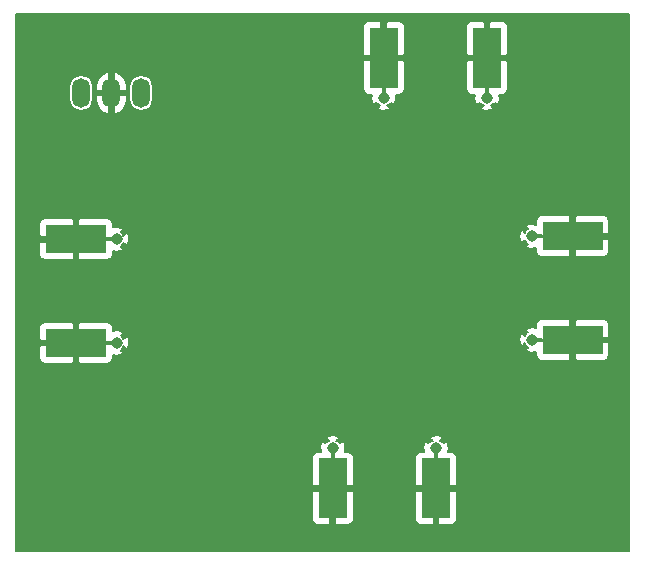
<source format=gbl>
G04 #@! TF.FileFunction,Copper,L2,Bot,Signal*
%FSLAX46Y46*%
G04 Gerber Fmt 4.6, Leading zero omitted, Abs format (unit mm)*
G04 Created by KiCad (PCBNEW 4.0.4+dfsg1-stable) date Sat Nov 11 18:47:18 2017*
%MOMM*%
%LPD*%
G01*
G04 APERTURE LIST*
%ADD10C,0.100000*%
%ADD11R,5.080000X2.420000*%
%ADD12C,0.970000*%
%ADD13R,0.890000X0.460000*%
%ADD14R,2.420000X5.080000*%
%ADD15R,0.460000X0.890000*%
%ADD16O,1.501140X2.499360*%
%ADD17C,0.250000*%
%ADD18C,0.127000*%
G04 APERTURE END LIST*
D10*
D11*
X34602000Y-80710000D03*
X34602000Y-89470000D03*
D12*
X38042000Y-80710000D03*
X38042000Y-89470000D03*
D13*
X37592000Y-80710000D03*
X37592000Y-89470000D03*
D14*
X69404000Y-65336000D03*
X60644000Y-65336000D03*
D12*
X69404000Y-68776000D03*
X60644000Y-68776000D03*
D15*
X69404000Y-68326000D03*
X60644000Y-68326000D03*
D14*
X56326000Y-101796000D03*
X65086000Y-101796000D03*
D12*
X56326000Y-98356000D03*
X65086000Y-98356000D03*
D15*
X56326000Y-98806000D03*
X65086000Y-98806000D03*
D11*
X76650000Y-89216000D03*
X76650000Y-80456000D03*
D12*
X73210000Y-89216000D03*
X73210000Y-80456000D03*
D13*
X73660000Y-89216000D03*
X73660000Y-80456000D03*
D16*
X37592000Y-68326000D03*
X35052000Y-68326000D03*
X40132000Y-68326000D03*
D17*
X65086000Y-101796000D02*
X65086000Y-98356000D01*
X56326000Y-101796000D02*
X56326000Y-98356000D01*
X34602000Y-89470000D02*
X38042000Y-89470000D01*
X34602000Y-80710000D02*
X38042000Y-80710000D01*
X60644000Y-65336000D02*
X60644000Y-68776000D01*
X69404000Y-65336000D02*
X69404000Y-68776000D01*
X76650000Y-80456000D02*
X73210000Y-80456000D01*
X76650000Y-89216000D02*
X73210000Y-89216000D01*
D18*
G36*
X81420900Y-107074900D02*
X29526300Y-107074900D01*
X29526300Y-102129375D01*
X54544500Y-102129375D01*
X54544500Y-104449678D01*
X54631506Y-104659728D01*
X54792271Y-104820494D01*
X55002321Y-104907500D01*
X55992625Y-104907500D01*
X56135500Y-104764625D01*
X56135500Y-101986500D01*
X56516500Y-101986500D01*
X56516500Y-104764625D01*
X56659375Y-104907500D01*
X57649679Y-104907500D01*
X57859729Y-104820494D01*
X58020494Y-104659728D01*
X58107500Y-104449678D01*
X58107500Y-102129375D01*
X63304500Y-102129375D01*
X63304500Y-104449678D01*
X63391506Y-104659728D01*
X63552271Y-104820494D01*
X63762321Y-104907500D01*
X64752625Y-104907500D01*
X64895500Y-104764625D01*
X64895500Y-101986500D01*
X65276500Y-101986500D01*
X65276500Y-104764625D01*
X65419375Y-104907500D01*
X66409679Y-104907500D01*
X66619729Y-104820494D01*
X66780494Y-104659728D01*
X66867500Y-104449678D01*
X66867500Y-102129375D01*
X66724625Y-101986500D01*
X65276500Y-101986500D01*
X64895500Y-101986500D01*
X63447375Y-101986500D01*
X63304500Y-102129375D01*
X58107500Y-102129375D01*
X57964625Y-101986500D01*
X56516500Y-101986500D01*
X56135500Y-101986500D01*
X54687375Y-101986500D01*
X54544500Y-102129375D01*
X29526300Y-102129375D01*
X29526300Y-99142322D01*
X54544500Y-99142322D01*
X54544500Y-101462625D01*
X54687375Y-101605500D01*
X56135500Y-101605500D01*
X56135500Y-101585500D01*
X56516500Y-101585500D01*
X56516500Y-101605500D01*
X57964625Y-101605500D01*
X58107500Y-101462625D01*
X58107500Y-99142322D01*
X63304500Y-99142322D01*
X63304500Y-101462625D01*
X63447375Y-101605500D01*
X64895500Y-101605500D01*
X64895500Y-101585500D01*
X65276500Y-101585500D01*
X65276500Y-101605500D01*
X66724625Y-101605500D01*
X66867500Y-101462625D01*
X66867500Y-99142322D01*
X66780494Y-98932272D01*
X66619729Y-98771506D01*
X66409679Y-98684500D01*
X66092227Y-98684500D01*
X66161396Y-98418267D01*
X66103364Y-98001991D01*
X66055708Y-97886936D01*
X65867492Y-97843916D01*
X65737315Y-97974093D01*
X65639729Y-97876506D01*
X65429679Y-97789500D01*
X65383092Y-97789500D01*
X65598084Y-97574508D01*
X65555064Y-97386292D01*
X65148267Y-97280604D01*
X64731991Y-97338636D01*
X64616936Y-97386292D01*
X64573916Y-97574508D01*
X64788908Y-97789500D01*
X64742321Y-97789500D01*
X64532271Y-97876506D01*
X64434685Y-97974093D01*
X64304508Y-97843916D01*
X64116292Y-97886936D01*
X64010604Y-98293733D01*
X64065080Y-98684500D01*
X63762321Y-98684500D01*
X63552271Y-98771506D01*
X63391506Y-98932272D01*
X63304500Y-99142322D01*
X58107500Y-99142322D01*
X58020494Y-98932272D01*
X57859729Y-98771506D01*
X57649679Y-98684500D01*
X57332227Y-98684500D01*
X57401396Y-98418267D01*
X57343364Y-98001991D01*
X57295708Y-97886936D01*
X57107492Y-97843916D01*
X56977315Y-97974093D01*
X56879729Y-97876506D01*
X56669679Y-97789500D01*
X56623092Y-97789500D01*
X56838084Y-97574508D01*
X56795064Y-97386292D01*
X56388267Y-97280604D01*
X55971991Y-97338636D01*
X55856936Y-97386292D01*
X55813916Y-97574508D01*
X56028908Y-97789500D01*
X55982321Y-97789500D01*
X55772271Y-97876506D01*
X55674685Y-97974093D01*
X55544508Y-97843916D01*
X55356292Y-97886936D01*
X55250604Y-98293733D01*
X55305080Y-98684500D01*
X55002321Y-98684500D01*
X54792271Y-98771506D01*
X54631506Y-98932272D01*
X54544500Y-99142322D01*
X29526300Y-99142322D01*
X29526300Y-89803375D01*
X31490500Y-89803375D01*
X31490500Y-90793679D01*
X31577506Y-91003729D01*
X31738272Y-91164494D01*
X31948322Y-91251500D01*
X34268625Y-91251500D01*
X34411500Y-91108625D01*
X34411500Y-89660500D01*
X31633375Y-89660500D01*
X31490500Y-89803375D01*
X29526300Y-89803375D01*
X29526300Y-88146321D01*
X31490500Y-88146321D01*
X31490500Y-89136625D01*
X31633375Y-89279500D01*
X34411500Y-89279500D01*
X34411500Y-87831375D01*
X34792500Y-87831375D01*
X34792500Y-89279500D01*
X34812500Y-89279500D01*
X34812500Y-89660500D01*
X34792500Y-89660500D01*
X34792500Y-91108625D01*
X34935375Y-91251500D01*
X37255678Y-91251500D01*
X37465728Y-91164494D01*
X37626494Y-91003729D01*
X37713500Y-90793679D01*
X37713500Y-90476227D01*
X37979733Y-90545396D01*
X38396009Y-90487364D01*
X38511064Y-90439708D01*
X38554084Y-90251492D01*
X38423907Y-90121315D01*
X38521494Y-90023729D01*
X38608500Y-89813679D01*
X38608500Y-89767092D01*
X38823492Y-89982084D01*
X39011708Y-89939064D01*
X39117396Y-89532267D01*
X39064626Y-89153733D01*
X72134604Y-89153733D01*
X72192636Y-89570009D01*
X72240292Y-89685064D01*
X72428508Y-89728084D01*
X72643500Y-89513092D01*
X72643500Y-89559679D01*
X72730506Y-89769729D01*
X72828093Y-89867315D01*
X72697916Y-89997492D01*
X72740936Y-90185708D01*
X73147733Y-90291396D01*
X73538500Y-90236920D01*
X73538500Y-90539679D01*
X73625506Y-90749729D01*
X73786272Y-90910494D01*
X73996322Y-90997500D01*
X76316625Y-90997500D01*
X76459500Y-90854625D01*
X76459500Y-89406500D01*
X76840500Y-89406500D01*
X76840500Y-90854625D01*
X76983375Y-90997500D01*
X79303678Y-90997500D01*
X79513728Y-90910494D01*
X79674494Y-90749729D01*
X79761500Y-90539679D01*
X79761500Y-89549375D01*
X79618625Y-89406500D01*
X76840500Y-89406500D01*
X76459500Y-89406500D01*
X76439500Y-89406500D01*
X76439500Y-89025500D01*
X76459500Y-89025500D01*
X76459500Y-87577375D01*
X76840500Y-87577375D01*
X76840500Y-89025500D01*
X79618625Y-89025500D01*
X79761500Y-88882625D01*
X79761500Y-87892321D01*
X79674494Y-87682271D01*
X79513728Y-87521506D01*
X79303678Y-87434500D01*
X76983375Y-87434500D01*
X76840500Y-87577375D01*
X76459500Y-87577375D01*
X76316625Y-87434500D01*
X73996322Y-87434500D01*
X73786272Y-87521506D01*
X73625506Y-87682271D01*
X73538500Y-87892321D01*
X73538500Y-88209773D01*
X73272267Y-88140604D01*
X72855991Y-88198636D01*
X72740936Y-88246292D01*
X72697916Y-88434508D01*
X72828093Y-88564685D01*
X72730506Y-88662271D01*
X72643500Y-88872321D01*
X72643500Y-88918908D01*
X72428508Y-88703916D01*
X72240292Y-88746936D01*
X72134604Y-89153733D01*
X39064626Y-89153733D01*
X39059364Y-89115991D01*
X39011708Y-89000936D01*
X38823492Y-88957916D01*
X38608500Y-89172908D01*
X38608500Y-89126321D01*
X38521494Y-88916271D01*
X38423907Y-88818685D01*
X38554084Y-88688508D01*
X38511064Y-88500292D01*
X38104267Y-88394604D01*
X37713500Y-88449080D01*
X37713500Y-88146321D01*
X37626494Y-87936271D01*
X37465728Y-87775506D01*
X37255678Y-87688500D01*
X34935375Y-87688500D01*
X34792500Y-87831375D01*
X34411500Y-87831375D01*
X34268625Y-87688500D01*
X31948322Y-87688500D01*
X31738272Y-87775506D01*
X31577506Y-87936271D01*
X31490500Y-88146321D01*
X29526300Y-88146321D01*
X29526300Y-81043375D01*
X31490500Y-81043375D01*
X31490500Y-82033679D01*
X31577506Y-82243729D01*
X31738272Y-82404494D01*
X31948322Y-82491500D01*
X34268625Y-82491500D01*
X34411500Y-82348625D01*
X34411500Y-80900500D01*
X31633375Y-80900500D01*
X31490500Y-81043375D01*
X29526300Y-81043375D01*
X29526300Y-79386321D01*
X31490500Y-79386321D01*
X31490500Y-80376625D01*
X31633375Y-80519500D01*
X34411500Y-80519500D01*
X34411500Y-79071375D01*
X34792500Y-79071375D01*
X34792500Y-80519500D01*
X34812500Y-80519500D01*
X34812500Y-80900500D01*
X34792500Y-80900500D01*
X34792500Y-82348625D01*
X34935375Y-82491500D01*
X37255678Y-82491500D01*
X37465728Y-82404494D01*
X37626494Y-82243729D01*
X37713500Y-82033679D01*
X37713500Y-81716227D01*
X37979733Y-81785396D01*
X38396009Y-81727364D01*
X38511064Y-81679708D01*
X38554084Y-81491492D01*
X38423907Y-81361315D01*
X38521494Y-81263729D01*
X38608500Y-81053679D01*
X38608500Y-81007092D01*
X38823492Y-81222084D01*
X39011708Y-81179064D01*
X39117396Y-80772267D01*
X39064626Y-80393733D01*
X72134604Y-80393733D01*
X72192636Y-80810009D01*
X72240292Y-80925064D01*
X72428508Y-80968084D01*
X72643500Y-80753092D01*
X72643500Y-80799679D01*
X72730506Y-81009729D01*
X72828093Y-81107315D01*
X72697916Y-81237492D01*
X72740936Y-81425708D01*
X73147733Y-81531396D01*
X73538500Y-81476920D01*
X73538500Y-81779679D01*
X73625506Y-81989729D01*
X73786272Y-82150494D01*
X73996322Y-82237500D01*
X76316625Y-82237500D01*
X76459500Y-82094625D01*
X76459500Y-80646500D01*
X76840500Y-80646500D01*
X76840500Y-82094625D01*
X76983375Y-82237500D01*
X79303678Y-82237500D01*
X79513728Y-82150494D01*
X79674494Y-81989729D01*
X79761500Y-81779679D01*
X79761500Y-80789375D01*
X79618625Y-80646500D01*
X76840500Y-80646500D01*
X76459500Y-80646500D01*
X76439500Y-80646500D01*
X76439500Y-80265500D01*
X76459500Y-80265500D01*
X76459500Y-78817375D01*
X76840500Y-78817375D01*
X76840500Y-80265500D01*
X79618625Y-80265500D01*
X79761500Y-80122625D01*
X79761500Y-79132321D01*
X79674494Y-78922271D01*
X79513728Y-78761506D01*
X79303678Y-78674500D01*
X76983375Y-78674500D01*
X76840500Y-78817375D01*
X76459500Y-78817375D01*
X76316625Y-78674500D01*
X73996322Y-78674500D01*
X73786272Y-78761506D01*
X73625506Y-78922271D01*
X73538500Y-79132321D01*
X73538500Y-79449773D01*
X73272267Y-79380604D01*
X72855991Y-79438636D01*
X72740936Y-79486292D01*
X72697916Y-79674508D01*
X72828093Y-79804685D01*
X72730506Y-79902271D01*
X72643500Y-80112321D01*
X72643500Y-80158908D01*
X72428508Y-79943916D01*
X72240292Y-79986936D01*
X72134604Y-80393733D01*
X39064626Y-80393733D01*
X39059364Y-80355991D01*
X39011708Y-80240936D01*
X38823492Y-80197916D01*
X38608500Y-80412908D01*
X38608500Y-80366321D01*
X38521494Y-80156271D01*
X38423907Y-80058685D01*
X38554084Y-79928508D01*
X38511064Y-79740292D01*
X38104267Y-79634604D01*
X37713500Y-79689080D01*
X37713500Y-79386321D01*
X37626494Y-79176271D01*
X37465728Y-79015506D01*
X37255678Y-78928500D01*
X34935375Y-78928500D01*
X34792500Y-79071375D01*
X34411500Y-79071375D01*
X34268625Y-78928500D01*
X31948322Y-78928500D01*
X31738272Y-79015506D01*
X31577506Y-79176271D01*
X31490500Y-79386321D01*
X29526300Y-79386321D01*
X29526300Y-67797245D01*
X34037930Y-67797245D01*
X34037930Y-68854755D01*
X34115121Y-69242823D01*
X34334944Y-69571811D01*
X34663932Y-69791634D01*
X35052000Y-69868825D01*
X35440068Y-69791634D01*
X35769056Y-69571811D01*
X35988879Y-69242823D01*
X36066070Y-68854755D01*
X36066070Y-68516500D01*
X36269930Y-68516500D01*
X36269930Y-69015610D01*
X36443468Y-69507043D01*
X36791859Y-69894658D01*
X37199186Y-70087475D01*
X37401500Y-69988816D01*
X37401500Y-68516500D01*
X37782500Y-68516500D01*
X37782500Y-69988816D01*
X37984814Y-70087475D01*
X38392141Y-69894658D01*
X38740532Y-69507043D01*
X38914070Y-69015610D01*
X38914070Y-68516500D01*
X37782500Y-68516500D01*
X37401500Y-68516500D01*
X36269930Y-68516500D01*
X36066070Y-68516500D01*
X36066070Y-67797245D01*
X36034075Y-67636390D01*
X36269930Y-67636390D01*
X36269930Y-68135500D01*
X37401500Y-68135500D01*
X37401500Y-66663184D01*
X37782500Y-66663184D01*
X37782500Y-68135500D01*
X38914070Y-68135500D01*
X38914070Y-67797245D01*
X39117930Y-67797245D01*
X39117930Y-68854755D01*
X39195121Y-69242823D01*
X39414944Y-69571811D01*
X39743932Y-69791634D01*
X40132000Y-69868825D01*
X40520068Y-69791634D01*
X40849056Y-69571811D01*
X41068879Y-69242823D01*
X41146070Y-68854755D01*
X41146070Y-67797245D01*
X41068879Y-67409177D01*
X40849056Y-67080189D01*
X40520068Y-66860366D01*
X40132000Y-66783175D01*
X39743932Y-66860366D01*
X39414944Y-67080189D01*
X39195121Y-67409177D01*
X39117930Y-67797245D01*
X38914070Y-67797245D01*
X38914070Y-67636390D01*
X38740532Y-67144957D01*
X38392141Y-66757342D01*
X37984814Y-66564525D01*
X37782500Y-66663184D01*
X37401500Y-66663184D01*
X37199186Y-66564525D01*
X36791859Y-66757342D01*
X36443468Y-67144957D01*
X36269930Y-67636390D01*
X36034075Y-67636390D01*
X35988879Y-67409177D01*
X35769056Y-67080189D01*
X35440068Y-66860366D01*
X35052000Y-66783175D01*
X34663932Y-66860366D01*
X34334944Y-67080189D01*
X34115121Y-67409177D01*
X34037930Y-67797245D01*
X29526300Y-67797245D01*
X29526300Y-65669375D01*
X58862500Y-65669375D01*
X58862500Y-67989678D01*
X58949506Y-68199728D01*
X59110271Y-68360494D01*
X59320321Y-68447500D01*
X59637773Y-68447500D01*
X59568604Y-68713733D01*
X59626636Y-69130009D01*
X59674292Y-69245064D01*
X59862508Y-69288084D01*
X59992685Y-69157907D01*
X60090271Y-69255494D01*
X60300321Y-69342500D01*
X60346908Y-69342500D01*
X60131916Y-69557492D01*
X60174936Y-69745708D01*
X60581733Y-69851396D01*
X60998009Y-69793364D01*
X61113064Y-69745708D01*
X61156084Y-69557492D01*
X60941092Y-69342500D01*
X60987679Y-69342500D01*
X61197729Y-69255494D01*
X61295315Y-69157907D01*
X61425492Y-69288084D01*
X61613708Y-69245064D01*
X61719396Y-68838267D01*
X61664920Y-68447500D01*
X61967679Y-68447500D01*
X62177729Y-68360494D01*
X62338494Y-68199728D01*
X62425500Y-67989678D01*
X62425500Y-65669375D01*
X67622500Y-65669375D01*
X67622500Y-67989678D01*
X67709506Y-68199728D01*
X67870271Y-68360494D01*
X68080321Y-68447500D01*
X68397773Y-68447500D01*
X68328604Y-68713733D01*
X68386636Y-69130009D01*
X68434292Y-69245064D01*
X68622508Y-69288084D01*
X68752685Y-69157907D01*
X68850271Y-69255494D01*
X69060321Y-69342500D01*
X69106908Y-69342500D01*
X68891916Y-69557492D01*
X68934936Y-69745708D01*
X69341733Y-69851396D01*
X69758009Y-69793364D01*
X69873064Y-69745708D01*
X69916084Y-69557492D01*
X69701092Y-69342500D01*
X69747679Y-69342500D01*
X69957729Y-69255494D01*
X70055315Y-69157907D01*
X70185492Y-69288084D01*
X70373708Y-69245064D01*
X70479396Y-68838267D01*
X70424920Y-68447500D01*
X70727679Y-68447500D01*
X70937729Y-68360494D01*
X71098494Y-68199728D01*
X71185500Y-67989678D01*
X71185500Y-65669375D01*
X71042625Y-65526500D01*
X69594500Y-65526500D01*
X69594500Y-65546500D01*
X69213500Y-65546500D01*
X69213500Y-65526500D01*
X67765375Y-65526500D01*
X67622500Y-65669375D01*
X62425500Y-65669375D01*
X62282625Y-65526500D01*
X60834500Y-65526500D01*
X60834500Y-65546500D01*
X60453500Y-65546500D01*
X60453500Y-65526500D01*
X59005375Y-65526500D01*
X58862500Y-65669375D01*
X29526300Y-65669375D01*
X29526300Y-62682322D01*
X58862500Y-62682322D01*
X58862500Y-65002625D01*
X59005375Y-65145500D01*
X60453500Y-65145500D01*
X60453500Y-62367375D01*
X60834500Y-62367375D01*
X60834500Y-65145500D01*
X62282625Y-65145500D01*
X62425500Y-65002625D01*
X62425500Y-62682322D01*
X67622500Y-62682322D01*
X67622500Y-65002625D01*
X67765375Y-65145500D01*
X69213500Y-65145500D01*
X69213500Y-62367375D01*
X69594500Y-62367375D01*
X69594500Y-65145500D01*
X71042625Y-65145500D01*
X71185500Y-65002625D01*
X71185500Y-62682322D01*
X71098494Y-62472272D01*
X70937729Y-62311506D01*
X70727679Y-62224500D01*
X69737375Y-62224500D01*
X69594500Y-62367375D01*
X69213500Y-62367375D01*
X69070625Y-62224500D01*
X68080321Y-62224500D01*
X67870271Y-62311506D01*
X67709506Y-62472272D01*
X67622500Y-62682322D01*
X62425500Y-62682322D01*
X62338494Y-62472272D01*
X62177729Y-62311506D01*
X61967679Y-62224500D01*
X60977375Y-62224500D01*
X60834500Y-62367375D01*
X60453500Y-62367375D01*
X60310625Y-62224500D01*
X59320321Y-62224500D01*
X59110271Y-62311506D01*
X58949506Y-62472272D01*
X58862500Y-62682322D01*
X29526300Y-62682322D01*
X29526300Y-61631900D01*
X81420900Y-61631900D01*
X81420900Y-107074900D01*
X81420900Y-107074900D01*
G37*
X81420900Y-107074900D02*
X29526300Y-107074900D01*
X29526300Y-102129375D01*
X54544500Y-102129375D01*
X54544500Y-104449678D01*
X54631506Y-104659728D01*
X54792271Y-104820494D01*
X55002321Y-104907500D01*
X55992625Y-104907500D01*
X56135500Y-104764625D01*
X56135500Y-101986500D01*
X56516500Y-101986500D01*
X56516500Y-104764625D01*
X56659375Y-104907500D01*
X57649679Y-104907500D01*
X57859729Y-104820494D01*
X58020494Y-104659728D01*
X58107500Y-104449678D01*
X58107500Y-102129375D01*
X63304500Y-102129375D01*
X63304500Y-104449678D01*
X63391506Y-104659728D01*
X63552271Y-104820494D01*
X63762321Y-104907500D01*
X64752625Y-104907500D01*
X64895500Y-104764625D01*
X64895500Y-101986500D01*
X65276500Y-101986500D01*
X65276500Y-104764625D01*
X65419375Y-104907500D01*
X66409679Y-104907500D01*
X66619729Y-104820494D01*
X66780494Y-104659728D01*
X66867500Y-104449678D01*
X66867500Y-102129375D01*
X66724625Y-101986500D01*
X65276500Y-101986500D01*
X64895500Y-101986500D01*
X63447375Y-101986500D01*
X63304500Y-102129375D01*
X58107500Y-102129375D01*
X57964625Y-101986500D01*
X56516500Y-101986500D01*
X56135500Y-101986500D01*
X54687375Y-101986500D01*
X54544500Y-102129375D01*
X29526300Y-102129375D01*
X29526300Y-99142322D01*
X54544500Y-99142322D01*
X54544500Y-101462625D01*
X54687375Y-101605500D01*
X56135500Y-101605500D01*
X56135500Y-101585500D01*
X56516500Y-101585500D01*
X56516500Y-101605500D01*
X57964625Y-101605500D01*
X58107500Y-101462625D01*
X58107500Y-99142322D01*
X63304500Y-99142322D01*
X63304500Y-101462625D01*
X63447375Y-101605500D01*
X64895500Y-101605500D01*
X64895500Y-101585500D01*
X65276500Y-101585500D01*
X65276500Y-101605500D01*
X66724625Y-101605500D01*
X66867500Y-101462625D01*
X66867500Y-99142322D01*
X66780494Y-98932272D01*
X66619729Y-98771506D01*
X66409679Y-98684500D01*
X66092227Y-98684500D01*
X66161396Y-98418267D01*
X66103364Y-98001991D01*
X66055708Y-97886936D01*
X65867492Y-97843916D01*
X65737315Y-97974093D01*
X65639729Y-97876506D01*
X65429679Y-97789500D01*
X65383092Y-97789500D01*
X65598084Y-97574508D01*
X65555064Y-97386292D01*
X65148267Y-97280604D01*
X64731991Y-97338636D01*
X64616936Y-97386292D01*
X64573916Y-97574508D01*
X64788908Y-97789500D01*
X64742321Y-97789500D01*
X64532271Y-97876506D01*
X64434685Y-97974093D01*
X64304508Y-97843916D01*
X64116292Y-97886936D01*
X64010604Y-98293733D01*
X64065080Y-98684500D01*
X63762321Y-98684500D01*
X63552271Y-98771506D01*
X63391506Y-98932272D01*
X63304500Y-99142322D01*
X58107500Y-99142322D01*
X58020494Y-98932272D01*
X57859729Y-98771506D01*
X57649679Y-98684500D01*
X57332227Y-98684500D01*
X57401396Y-98418267D01*
X57343364Y-98001991D01*
X57295708Y-97886936D01*
X57107492Y-97843916D01*
X56977315Y-97974093D01*
X56879729Y-97876506D01*
X56669679Y-97789500D01*
X56623092Y-97789500D01*
X56838084Y-97574508D01*
X56795064Y-97386292D01*
X56388267Y-97280604D01*
X55971991Y-97338636D01*
X55856936Y-97386292D01*
X55813916Y-97574508D01*
X56028908Y-97789500D01*
X55982321Y-97789500D01*
X55772271Y-97876506D01*
X55674685Y-97974093D01*
X55544508Y-97843916D01*
X55356292Y-97886936D01*
X55250604Y-98293733D01*
X55305080Y-98684500D01*
X55002321Y-98684500D01*
X54792271Y-98771506D01*
X54631506Y-98932272D01*
X54544500Y-99142322D01*
X29526300Y-99142322D01*
X29526300Y-89803375D01*
X31490500Y-89803375D01*
X31490500Y-90793679D01*
X31577506Y-91003729D01*
X31738272Y-91164494D01*
X31948322Y-91251500D01*
X34268625Y-91251500D01*
X34411500Y-91108625D01*
X34411500Y-89660500D01*
X31633375Y-89660500D01*
X31490500Y-89803375D01*
X29526300Y-89803375D01*
X29526300Y-88146321D01*
X31490500Y-88146321D01*
X31490500Y-89136625D01*
X31633375Y-89279500D01*
X34411500Y-89279500D01*
X34411500Y-87831375D01*
X34792500Y-87831375D01*
X34792500Y-89279500D01*
X34812500Y-89279500D01*
X34812500Y-89660500D01*
X34792500Y-89660500D01*
X34792500Y-91108625D01*
X34935375Y-91251500D01*
X37255678Y-91251500D01*
X37465728Y-91164494D01*
X37626494Y-91003729D01*
X37713500Y-90793679D01*
X37713500Y-90476227D01*
X37979733Y-90545396D01*
X38396009Y-90487364D01*
X38511064Y-90439708D01*
X38554084Y-90251492D01*
X38423907Y-90121315D01*
X38521494Y-90023729D01*
X38608500Y-89813679D01*
X38608500Y-89767092D01*
X38823492Y-89982084D01*
X39011708Y-89939064D01*
X39117396Y-89532267D01*
X39064626Y-89153733D01*
X72134604Y-89153733D01*
X72192636Y-89570009D01*
X72240292Y-89685064D01*
X72428508Y-89728084D01*
X72643500Y-89513092D01*
X72643500Y-89559679D01*
X72730506Y-89769729D01*
X72828093Y-89867315D01*
X72697916Y-89997492D01*
X72740936Y-90185708D01*
X73147733Y-90291396D01*
X73538500Y-90236920D01*
X73538500Y-90539679D01*
X73625506Y-90749729D01*
X73786272Y-90910494D01*
X73996322Y-90997500D01*
X76316625Y-90997500D01*
X76459500Y-90854625D01*
X76459500Y-89406500D01*
X76840500Y-89406500D01*
X76840500Y-90854625D01*
X76983375Y-90997500D01*
X79303678Y-90997500D01*
X79513728Y-90910494D01*
X79674494Y-90749729D01*
X79761500Y-90539679D01*
X79761500Y-89549375D01*
X79618625Y-89406500D01*
X76840500Y-89406500D01*
X76459500Y-89406500D01*
X76439500Y-89406500D01*
X76439500Y-89025500D01*
X76459500Y-89025500D01*
X76459500Y-87577375D01*
X76840500Y-87577375D01*
X76840500Y-89025500D01*
X79618625Y-89025500D01*
X79761500Y-88882625D01*
X79761500Y-87892321D01*
X79674494Y-87682271D01*
X79513728Y-87521506D01*
X79303678Y-87434500D01*
X76983375Y-87434500D01*
X76840500Y-87577375D01*
X76459500Y-87577375D01*
X76316625Y-87434500D01*
X73996322Y-87434500D01*
X73786272Y-87521506D01*
X73625506Y-87682271D01*
X73538500Y-87892321D01*
X73538500Y-88209773D01*
X73272267Y-88140604D01*
X72855991Y-88198636D01*
X72740936Y-88246292D01*
X72697916Y-88434508D01*
X72828093Y-88564685D01*
X72730506Y-88662271D01*
X72643500Y-88872321D01*
X72643500Y-88918908D01*
X72428508Y-88703916D01*
X72240292Y-88746936D01*
X72134604Y-89153733D01*
X39064626Y-89153733D01*
X39059364Y-89115991D01*
X39011708Y-89000936D01*
X38823492Y-88957916D01*
X38608500Y-89172908D01*
X38608500Y-89126321D01*
X38521494Y-88916271D01*
X38423907Y-88818685D01*
X38554084Y-88688508D01*
X38511064Y-88500292D01*
X38104267Y-88394604D01*
X37713500Y-88449080D01*
X37713500Y-88146321D01*
X37626494Y-87936271D01*
X37465728Y-87775506D01*
X37255678Y-87688500D01*
X34935375Y-87688500D01*
X34792500Y-87831375D01*
X34411500Y-87831375D01*
X34268625Y-87688500D01*
X31948322Y-87688500D01*
X31738272Y-87775506D01*
X31577506Y-87936271D01*
X31490500Y-88146321D01*
X29526300Y-88146321D01*
X29526300Y-81043375D01*
X31490500Y-81043375D01*
X31490500Y-82033679D01*
X31577506Y-82243729D01*
X31738272Y-82404494D01*
X31948322Y-82491500D01*
X34268625Y-82491500D01*
X34411500Y-82348625D01*
X34411500Y-80900500D01*
X31633375Y-80900500D01*
X31490500Y-81043375D01*
X29526300Y-81043375D01*
X29526300Y-79386321D01*
X31490500Y-79386321D01*
X31490500Y-80376625D01*
X31633375Y-80519500D01*
X34411500Y-80519500D01*
X34411500Y-79071375D01*
X34792500Y-79071375D01*
X34792500Y-80519500D01*
X34812500Y-80519500D01*
X34812500Y-80900500D01*
X34792500Y-80900500D01*
X34792500Y-82348625D01*
X34935375Y-82491500D01*
X37255678Y-82491500D01*
X37465728Y-82404494D01*
X37626494Y-82243729D01*
X37713500Y-82033679D01*
X37713500Y-81716227D01*
X37979733Y-81785396D01*
X38396009Y-81727364D01*
X38511064Y-81679708D01*
X38554084Y-81491492D01*
X38423907Y-81361315D01*
X38521494Y-81263729D01*
X38608500Y-81053679D01*
X38608500Y-81007092D01*
X38823492Y-81222084D01*
X39011708Y-81179064D01*
X39117396Y-80772267D01*
X39064626Y-80393733D01*
X72134604Y-80393733D01*
X72192636Y-80810009D01*
X72240292Y-80925064D01*
X72428508Y-80968084D01*
X72643500Y-80753092D01*
X72643500Y-80799679D01*
X72730506Y-81009729D01*
X72828093Y-81107315D01*
X72697916Y-81237492D01*
X72740936Y-81425708D01*
X73147733Y-81531396D01*
X73538500Y-81476920D01*
X73538500Y-81779679D01*
X73625506Y-81989729D01*
X73786272Y-82150494D01*
X73996322Y-82237500D01*
X76316625Y-82237500D01*
X76459500Y-82094625D01*
X76459500Y-80646500D01*
X76840500Y-80646500D01*
X76840500Y-82094625D01*
X76983375Y-82237500D01*
X79303678Y-82237500D01*
X79513728Y-82150494D01*
X79674494Y-81989729D01*
X79761500Y-81779679D01*
X79761500Y-80789375D01*
X79618625Y-80646500D01*
X76840500Y-80646500D01*
X76459500Y-80646500D01*
X76439500Y-80646500D01*
X76439500Y-80265500D01*
X76459500Y-80265500D01*
X76459500Y-78817375D01*
X76840500Y-78817375D01*
X76840500Y-80265500D01*
X79618625Y-80265500D01*
X79761500Y-80122625D01*
X79761500Y-79132321D01*
X79674494Y-78922271D01*
X79513728Y-78761506D01*
X79303678Y-78674500D01*
X76983375Y-78674500D01*
X76840500Y-78817375D01*
X76459500Y-78817375D01*
X76316625Y-78674500D01*
X73996322Y-78674500D01*
X73786272Y-78761506D01*
X73625506Y-78922271D01*
X73538500Y-79132321D01*
X73538500Y-79449773D01*
X73272267Y-79380604D01*
X72855991Y-79438636D01*
X72740936Y-79486292D01*
X72697916Y-79674508D01*
X72828093Y-79804685D01*
X72730506Y-79902271D01*
X72643500Y-80112321D01*
X72643500Y-80158908D01*
X72428508Y-79943916D01*
X72240292Y-79986936D01*
X72134604Y-80393733D01*
X39064626Y-80393733D01*
X39059364Y-80355991D01*
X39011708Y-80240936D01*
X38823492Y-80197916D01*
X38608500Y-80412908D01*
X38608500Y-80366321D01*
X38521494Y-80156271D01*
X38423907Y-80058685D01*
X38554084Y-79928508D01*
X38511064Y-79740292D01*
X38104267Y-79634604D01*
X37713500Y-79689080D01*
X37713500Y-79386321D01*
X37626494Y-79176271D01*
X37465728Y-79015506D01*
X37255678Y-78928500D01*
X34935375Y-78928500D01*
X34792500Y-79071375D01*
X34411500Y-79071375D01*
X34268625Y-78928500D01*
X31948322Y-78928500D01*
X31738272Y-79015506D01*
X31577506Y-79176271D01*
X31490500Y-79386321D01*
X29526300Y-79386321D01*
X29526300Y-67797245D01*
X34037930Y-67797245D01*
X34037930Y-68854755D01*
X34115121Y-69242823D01*
X34334944Y-69571811D01*
X34663932Y-69791634D01*
X35052000Y-69868825D01*
X35440068Y-69791634D01*
X35769056Y-69571811D01*
X35988879Y-69242823D01*
X36066070Y-68854755D01*
X36066070Y-68516500D01*
X36269930Y-68516500D01*
X36269930Y-69015610D01*
X36443468Y-69507043D01*
X36791859Y-69894658D01*
X37199186Y-70087475D01*
X37401500Y-69988816D01*
X37401500Y-68516500D01*
X37782500Y-68516500D01*
X37782500Y-69988816D01*
X37984814Y-70087475D01*
X38392141Y-69894658D01*
X38740532Y-69507043D01*
X38914070Y-69015610D01*
X38914070Y-68516500D01*
X37782500Y-68516500D01*
X37401500Y-68516500D01*
X36269930Y-68516500D01*
X36066070Y-68516500D01*
X36066070Y-67797245D01*
X36034075Y-67636390D01*
X36269930Y-67636390D01*
X36269930Y-68135500D01*
X37401500Y-68135500D01*
X37401500Y-66663184D01*
X37782500Y-66663184D01*
X37782500Y-68135500D01*
X38914070Y-68135500D01*
X38914070Y-67797245D01*
X39117930Y-67797245D01*
X39117930Y-68854755D01*
X39195121Y-69242823D01*
X39414944Y-69571811D01*
X39743932Y-69791634D01*
X40132000Y-69868825D01*
X40520068Y-69791634D01*
X40849056Y-69571811D01*
X41068879Y-69242823D01*
X41146070Y-68854755D01*
X41146070Y-67797245D01*
X41068879Y-67409177D01*
X40849056Y-67080189D01*
X40520068Y-66860366D01*
X40132000Y-66783175D01*
X39743932Y-66860366D01*
X39414944Y-67080189D01*
X39195121Y-67409177D01*
X39117930Y-67797245D01*
X38914070Y-67797245D01*
X38914070Y-67636390D01*
X38740532Y-67144957D01*
X38392141Y-66757342D01*
X37984814Y-66564525D01*
X37782500Y-66663184D01*
X37401500Y-66663184D01*
X37199186Y-66564525D01*
X36791859Y-66757342D01*
X36443468Y-67144957D01*
X36269930Y-67636390D01*
X36034075Y-67636390D01*
X35988879Y-67409177D01*
X35769056Y-67080189D01*
X35440068Y-66860366D01*
X35052000Y-66783175D01*
X34663932Y-66860366D01*
X34334944Y-67080189D01*
X34115121Y-67409177D01*
X34037930Y-67797245D01*
X29526300Y-67797245D01*
X29526300Y-65669375D01*
X58862500Y-65669375D01*
X58862500Y-67989678D01*
X58949506Y-68199728D01*
X59110271Y-68360494D01*
X59320321Y-68447500D01*
X59637773Y-68447500D01*
X59568604Y-68713733D01*
X59626636Y-69130009D01*
X59674292Y-69245064D01*
X59862508Y-69288084D01*
X59992685Y-69157907D01*
X60090271Y-69255494D01*
X60300321Y-69342500D01*
X60346908Y-69342500D01*
X60131916Y-69557492D01*
X60174936Y-69745708D01*
X60581733Y-69851396D01*
X60998009Y-69793364D01*
X61113064Y-69745708D01*
X61156084Y-69557492D01*
X60941092Y-69342500D01*
X60987679Y-69342500D01*
X61197729Y-69255494D01*
X61295315Y-69157907D01*
X61425492Y-69288084D01*
X61613708Y-69245064D01*
X61719396Y-68838267D01*
X61664920Y-68447500D01*
X61967679Y-68447500D01*
X62177729Y-68360494D01*
X62338494Y-68199728D01*
X62425500Y-67989678D01*
X62425500Y-65669375D01*
X67622500Y-65669375D01*
X67622500Y-67989678D01*
X67709506Y-68199728D01*
X67870271Y-68360494D01*
X68080321Y-68447500D01*
X68397773Y-68447500D01*
X68328604Y-68713733D01*
X68386636Y-69130009D01*
X68434292Y-69245064D01*
X68622508Y-69288084D01*
X68752685Y-69157907D01*
X68850271Y-69255494D01*
X69060321Y-69342500D01*
X69106908Y-69342500D01*
X68891916Y-69557492D01*
X68934936Y-69745708D01*
X69341733Y-69851396D01*
X69758009Y-69793364D01*
X69873064Y-69745708D01*
X69916084Y-69557492D01*
X69701092Y-69342500D01*
X69747679Y-69342500D01*
X69957729Y-69255494D01*
X70055315Y-69157907D01*
X70185492Y-69288084D01*
X70373708Y-69245064D01*
X70479396Y-68838267D01*
X70424920Y-68447500D01*
X70727679Y-68447500D01*
X70937729Y-68360494D01*
X71098494Y-68199728D01*
X71185500Y-67989678D01*
X71185500Y-65669375D01*
X71042625Y-65526500D01*
X69594500Y-65526500D01*
X69594500Y-65546500D01*
X69213500Y-65546500D01*
X69213500Y-65526500D01*
X67765375Y-65526500D01*
X67622500Y-65669375D01*
X62425500Y-65669375D01*
X62282625Y-65526500D01*
X60834500Y-65526500D01*
X60834500Y-65546500D01*
X60453500Y-65546500D01*
X60453500Y-65526500D01*
X59005375Y-65526500D01*
X58862500Y-65669375D01*
X29526300Y-65669375D01*
X29526300Y-62682322D01*
X58862500Y-62682322D01*
X58862500Y-65002625D01*
X59005375Y-65145500D01*
X60453500Y-65145500D01*
X60453500Y-62367375D01*
X60834500Y-62367375D01*
X60834500Y-65145500D01*
X62282625Y-65145500D01*
X62425500Y-65002625D01*
X62425500Y-62682322D01*
X67622500Y-62682322D01*
X67622500Y-65002625D01*
X67765375Y-65145500D01*
X69213500Y-65145500D01*
X69213500Y-62367375D01*
X69594500Y-62367375D01*
X69594500Y-65145500D01*
X71042625Y-65145500D01*
X71185500Y-65002625D01*
X71185500Y-62682322D01*
X71098494Y-62472272D01*
X70937729Y-62311506D01*
X70727679Y-62224500D01*
X69737375Y-62224500D01*
X69594500Y-62367375D01*
X69213500Y-62367375D01*
X69070625Y-62224500D01*
X68080321Y-62224500D01*
X67870271Y-62311506D01*
X67709506Y-62472272D01*
X67622500Y-62682322D01*
X62425500Y-62682322D01*
X62338494Y-62472272D01*
X62177729Y-62311506D01*
X61967679Y-62224500D01*
X60977375Y-62224500D01*
X60834500Y-62367375D01*
X60453500Y-62367375D01*
X60310625Y-62224500D01*
X59320321Y-62224500D01*
X59110271Y-62311506D01*
X58949506Y-62472272D01*
X58862500Y-62682322D01*
X29526300Y-62682322D01*
X29526300Y-61631900D01*
X81420900Y-61631900D01*
X81420900Y-107074900D01*
M02*

</source>
